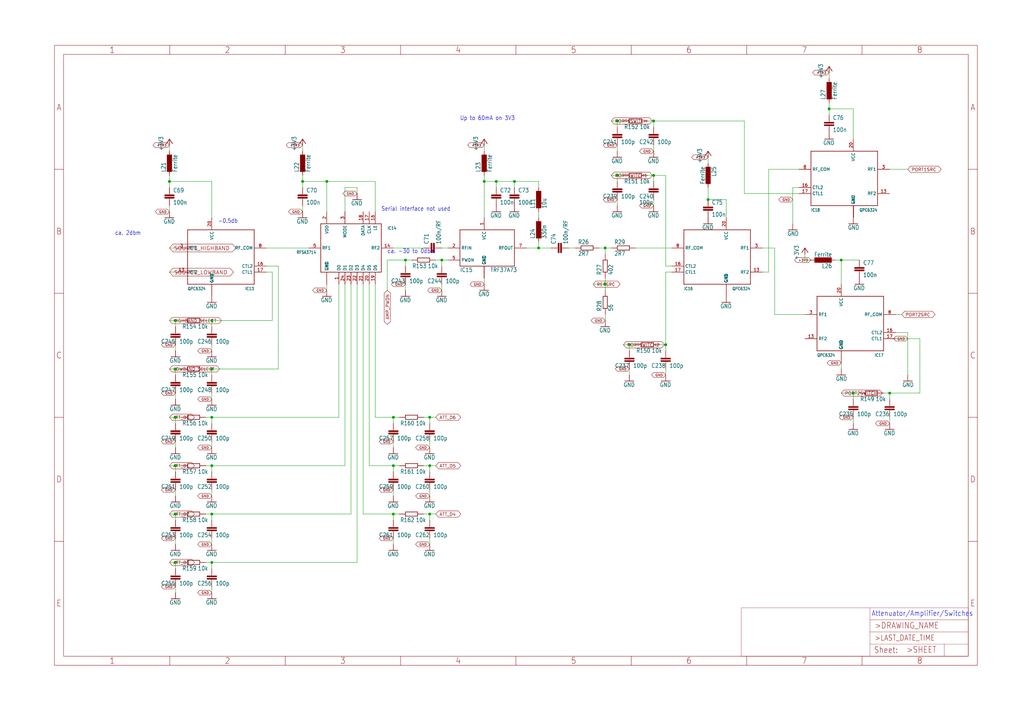
<source format=kicad_sch>
(kicad_sch (version 20210615) (generator eeschema)
  (paper "User" 429.793 300.279)
  (junction (at 71.12 76.2) (diameter 1.016))
  (junction (at 73.66 134.62) (diameter 1.016))
  (junction (at 73.66 154.94) (diameter 1.016))
  (junction (at 73.66 175.26) (diameter 1.016))
  (junction (at 73.66 195.58) (diameter 1.016))
  (junction (at 73.66 215.9) (diameter 1.016))
  (junction (at 73.66 236.22) (diameter 1.016))
  (junction (at 88.9 134.62) (diameter 1.016))
  (junction (at 88.9 154.94) (diameter 1.016))
  (junction (at 88.9 175.26) (diameter 1.016))
  (junction (at 88.9 195.58) (diameter 1.016))
  (junction (at 88.9 215.9) (diameter 1.016))
  (junction (at 88.9 236.22) (diameter 1.016))
  (junction (at 127 76.2) (diameter 1.016))
  (junction (at 137.16 76.2) (diameter 1.016))
  (junction (at 165.1 175.26) (diameter 1.016))
  (junction (at 165.1 195.58) (diameter 1.016))
  (junction (at 165.1 215.9) (diameter 1.016))
  (junction (at 170.18 109.22) (diameter 1.016))
  (junction (at 180.34 175.26) (diameter 1.016))
  (junction (at 180.34 195.58) (diameter 1.016))
  (junction (at 180.34 215.9) (diameter 1.016))
  (junction (at 185.42 109.22) (diameter 1.016))
  (junction (at 203.2 76.2) (diameter 1.016))
  (junction (at 208.28 76.2) (diameter 1.016))
  (junction (at 215.9 76.2) (diameter 1.016))
  (junction (at 226.06 104.14) (diameter 1.016))
  (junction (at 254 104.14) (diameter 1.016))
  (junction (at 254 119.38) (diameter 1.016))
  (junction (at 259.08 50.8) (diameter 1.016))
  (junction (at 259.08 73.66) (diameter 1.016))
  (junction (at 264.16 144.78) (diameter 1.016))
  (junction (at 274.32 50.8) (diameter 1.016))
  (junction (at 274.32 73.66) (diameter 1.016))
  (junction (at 279.4 144.78) (diameter 1.016))
  (junction (at 297.18 83.82) (diameter 1.016))
  (junction (at 347.98 45.72) (diameter 1.016))
  (junction (at 353.06 109.22) (diameter 1.016))
  (junction (at 358.14 165.1) (diameter 1.016))
  (junction (at 373.38 165.1) (diameter 1.016))
  (wire (pts (xy 71.12 60.96) (xy 71.12 63.5)))
  (wire (pts (xy 71.12 73.66) (xy 71.12 76.2)))
  (wire (pts (xy 71.12 76.2) (xy 71.12 78.74)))
  (wire (pts (xy 71.12 76.2) (xy 88.9 76.2)))
  (wire (pts (xy 71.12 88.9) (xy 71.12 86.36)))
  (wire (pts (xy 73.66 104.14) (xy 71.12 104.14)))
  (wire (pts (xy 73.66 114.3) (xy 71.12 114.3)))
  (wire (pts (xy 73.66 134.62) (xy 71.12 134.62)))
  (wire (pts (xy 73.66 134.62) (xy 76.2 134.62)))
  (wire (pts (xy 73.66 137.16) (xy 73.66 134.62)))
  (wire (pts (xy 73.66 144.78) (xy 73.66 147.32)))
  (wire (pts (xy 73.66 154.94) (xy 71.12 154.94)))
  (wire (pts (xy 73.66 154.94) (xy 76.2 154.94)))
  (wire (pts (xy 73.66 157.48) (xy 73.66 154.94)))
  (wire (pts (xy 73.66 165.1) (xy 73.66 167.64)))
  (wire (pts (xy 73.66 175.26) (xy 71.12 175.26)))
  (wire (pts (xy 73.66 175.26) (xy 76.2 175.26)))
  (wire (pts (xy 73.66 177.8) (xy 73.66 175.26)))
  (wire (pts (xy 73.66 185.42) (xy 73.66 187.96)))
  (wire (pts (xy 73.66 195.58) (xy 71.12 195.58)))
  (wire (pts (xy 73.66 195.58) (xy 76.2 195.58)))
  (wire (pts (xy 73.66 198.12) (xy 73.66 195.58)))
  (wire (pts (xy 73.66 205.74) (xy 73.66 208.28)))
  (wire (pts (xy 73.66 215.9) (xy 71.12 215.9)))
  (wire (pts (xy 73.66 215.9) (xy 76.2 215.9)))
  (wire (pts (xy 73.66 218.44) (xy 73.66 215.9)))
  (wire (pts (xy 73.66 226.06) (xy 73.66 228.6)))
  (wire (pts (xy 73.66 236.22) (xy 71.12 236.22)))
  (wire (pts (xy 73.66 236.22) (xy 76.2 236.22)))
  (wire (pts (xy 73.66 238.76) (xy 73.66 236.22)))
  (wire (pts (xy 73.66 246.38) (xy 73.66 248.92)))
  (wire (pts (xy 88.9 76.2) (xy 88.9 91.44)))
  (wire (pts (xy 88.9 134.62) (xy 86.36 134.62)))
  (wire (pts (xy 88.9 134.62) (xy 88.9 137.16)))
  (wire (pts (xy 88.9 147.32) (xy 88.9 144.78)))
  (wire (pts (xy 88.9 154.94) (xy 86.36 154.94)))
  (wire (pts (xy 88.9 154.94) (xy 88.9 157.48)))
  (wire (pts (xy 88.9 167.64) (xy 88.9 165.1)))
  (wire (pts (xy 88.9 175.26) (xy 86.36 175.26)))
  (wire (pts (xy 88.9 175.26) (xy 88.9 177.8)))
  (wire (pts (xy 88.9 187.96) (xy 88.9 185.42)))
  (wire (pts (xy 88.9 195.58) (xy 86.36 195.58)))
  (wire (pts (xy 88.9 195.58) (xy 88.9 198.12)))
  (wire (pts (xy 88.9 208.28) (xy 88.9 205.74)))
  (wire (pts (xy 88.9 215.9) (xy 86.36 215.9)))
  (wire (pts (xy 88.9 215.9) (xy 88.9 218.44)))
  (wire (pts (xy 88.9 228.6) (xy 88.9 226.06)))
  (wire (pts (xy 88.9 236.22) (xy 86.36 236.22)))
  (wire (pts (xy 88.9 236.22) (xy 88.9 238.76)))
  (wire (pts (xy 88.9 248.92) (xy 88.9 246.38)))
  (wire (pts (xy 111.76 111.76) (xy 116.84 111.76)))
  (wire (pts (xy 111.76 114.3) (xy 114.3 114.3)))
  (wire (pts (xy 114.3 114.3) (xy 114.3 134.62)))
  (wire (pts (xy 114.3 134.62) (xy 88.9 134.62)))
  (wire (pts (xy 116.84 104.14) (xy 111.76 104.14)))
  (wire (pts (xy 116.84 104.14) (xy 127 104.14)))
  (wire (pts (xy 116.84 111.76) (xy 116.84 147.32)))
  (wire (pts (xy 116.84 147.32) (xy 116.84 154.94)))
  (wire (pts (xy 116.84 154.94) (xy 88.9 154.94)))
  (wire (pts (xy 127 60.96) (xy 127 63.5)))
  (wire (pts (xy 127 73.66) (xy 127 76.2)))
  (wire (pts (xy 127 76.2) (xy 127 78.74)))
  (wire (pts (xy 127 76.2) (xy 137.16 76.2)))
  (wire (pts (xy 127 88.9) (xy 127 86.36)))
  (wire (pts (xy 127 104.14) (xy 129.54 104.14)))
  (wire (pts (xy 137.16 76.2) (xy 137.16 88.9)))
  (wire (pts (xy 137.16 76.2) (xy 157.48 76.2)))
  (wire (pts (xy 137.16 121.92) (xy 137.16 119.38)))
  (wire (pts (xy 142.24 119.38) (xy 142.24 175.26)))
  (wire (pts (xy 142.24 175.26) (xy 88.9 175.26)))
  (wire (pts (xy 144.78 78.74) (xy 144.78 88.9)))
  (wire (pts (xy 144.78 119.38) (xy 144.78 195.58)))
  (wire (pts (xy 144.78 195.58) (xy 88.9 195.58)))
  (wire (pts (xy 147.32 119.38) (xy 147.32 215.9)))
  (wire (pts (xy 147.32 215.9) (xy 88.9 215.9)))
  (wire (pts (xy 149.86 78.74) (xy 144.78 78.74)))
  (wire (pts (xy 149.86 81.28) (xy 149.86 78.74)))
  (wire (pts (xy 149.86 119.38) (xy 149.86 236.22)))
  (wire (pts (xy 149.86 236.22) (xy 88.9 236.22)))
  (wire (pts (xy 152.4 119.38) (xy 152.4 215.9)))
  (wire (pts (xy 152.4 215.9) (xy 165.1 215.9)))
  (wire (pts (xy 154.94 119.38) (xy 154.94 195.58)))
  (wire (pts (xy 154.94 195.58) (xy 165.1 195.58)))
  (wire (pts (xy 157.48 76.2) (xy 157.48 88.9)))
  (wire (pts (xy 157.48 119.38) (xy 157.48 175.26)))
  (wire (pts (xy 157.48 175.26) (xy 165.1 175.26)))
  (wire (pts (xy 162.56 109.22) (xy 162.56 121.92)))
  (wire (pts (xy 165.1 104.14) (xy 175.26 104.14)))
  (wire (pts (xy 165.1 175.26) (xy 167.64 175.26)))
  (wire (pts (xy 165.1 177.8) (xy 165.1 175.26)))
  (wire (pts (xy 165.1 185.42) (xy 165.1 187.96)))
  (wire (pts (xy 165.1 195.58) (xy 167.64 195.58)))
  (wire (pts (xy 165.1 198.12) (xy 165.1 195.58)))
  (wire (pts (xy 165.1 205.74) (xy 165.1 208.28)))
  (wire (pts (xy 165.1 215.9) (xy 167.64 215.9)))
  (wire (pts (xy 165.1 218.44) (xy 165.1 215.9)))
  (wire (pts (xy 165.1 226.06) (xy 165.1 228.6)))
  (wire (pts (xy 170.18 109.22) (xy 162.56 109.22)))
  (wire (pts (xy 170.18 109.22) (xy 172.72 109.22)))
  (wire (pts (xy 170.18 111.76) (xy 170.18 109.22)))
  (wire (pts (xy 170.18 119.38) (xy 170.18 121.92)))
  (wire (pts (xy 175.26 104.14) (xy 177.8 104.14)))
  (wire (pts (xy 180.34 175.26) (xy 177.8 175.26)))
  (wire (pts (xy 180.34 175.26) (xy 180.34 177.8)))
  (wire (pts (xy 180.34 187.96) (xy 180.34 185.42)))
  (wire (pts (xy 180.34 195.58) (xy 177.8 195.58)))
  (wire (pts (xy 180.34 195.58) (xy 180.34 198.12)))
  (wire (pts (xy 180.34 195.58) (xy 182.88 195.58)))
  (wire (pts (xy 180.34 208.28) (xy 180.34 205.74)))
  (wire (pts (xy 180.34 215.9) (xy 177.8 215.9)))
  (wire (pts (xy 180.34 215.9) (xy 180.34 218.44)))
  (wire (pts (xy 180.34 215.9) (xy 182.88 215.9)))
  (wire (pts (xy 180.34 228.6) (xy 180.34 226.06)))
  (wire (pts (xy 182.88 175.26) (xy 180.34 175.26)))
  (wire (pts (xy 185.42 104.14) (xy 187.96 104.14)))
  (wire (pts (xy 185.42 109.22) (xy 182.88 109.22)))
  (wire (pts (xy 185.42 109.22) (xy 185.42 111.76)))
  (wire (pts (xy 185.42 121.92) (xy 185.42 119.38)))
  (wire (pts (xy 187.96 109.22) (xy 185.42 109.22)))
  (wire (pts (xy 203.2 60.96) (xy 203.2 63.5)))
  (wire (pts (xy 203.2 76.2) (xy 203.2 73.66)))
  (wire (pts (xy 203.2 76.2) (xy 203.2 91.44)))
  (wire (pts (xy 203.2 119.38) (xy 203.2 116.84)))
  (wire (pts (xy 208.28 76.2) (xy 203.2 76.2)))
  (wire (pts (xy 208.28 78.74) (xy 208.28 76.2)))
  (wire (pts (xy 215.9 76.2) (xy 208.28 76.2)))
  (wire (pts (xy 215.9 78.74) (xy 215.9 76.2)))
  (wire (pts (xy 220.98 104.14) (xy 226.06 104.14)))
  (wire (pts (xy 226.06 76.2) (xy 215.9 76.2)))
  (wire (pts (xy 226.06 78.74) (xy 226.06 76.2)))
  (wire (pts (xy 226.06 91.44) (xy 226.06 88.9)))
  (wire (pts (xy 226.06 104.14) (xy 226.06 101.6)))
  (wire (pts (xy 231.14 104.14) (xy 226.06 104.14)))
  (wire (pts (xy 238.76 104.14) (xy 241.3 104.14)))
  (wire (pts (xy 251.46 104.14) (xy 254 104.14)))
  (wire (pts (xy 254 104.14) (xy 256.54 104.14)))
  (wire (pts (xy 254 106.68) (xy 254 104.14)))
  (wire (pts (xy 254 119.38) (xy 248.92 119.38)))
  (wire (pts (xy 254 119.38) (xy 254 116.84)))
  (wire (pts (xy 254 121.92) (xy 254 119.38)))
  (wire (pts (xy 254 134.62) (xy 254 132.08)))
  (wire (pts (xy 256.54 73.66) (xy 259.08 73.66)))
  (wire (pts (xy 259.08 50.8) (xy 256.54 50.8)))
  (wire (pts (xy 259.08 50.8) (xy 261.62 50.8)))
  (wire (pts (xy 259.08 53.34) (xy 259.08 50.8)))
  (wire (pts (xy 259.08 60.96) (xy 259.08 63.5)))
  (wire (pts (xy 259.08 73.66) (xy 261.62 73.66)))
  (wire (pts (xy 259.08 76.2) (xy 259.08 73.66)))
  (wire (pts (xy 259.08 83.82) (xy 259.08 86.36)))
  (wire (pts (xy 264.16 144.78) (xy 261.62 144.78)))
  (wire (pts (xy 264.16 144.78) (xy 266.7 144.78)))
  (wire (pts (xy 264.16 147.32) (xy 264.16 144.78)))
  (wire (pts (xy 264.16 154.94) (xy 264.16 157.48)))
  (wire (pts (xy 266.7 104.14) (xy 281.94 104.14)))
  (wire (pts (xy 274.32 50.8) (xy 271.78 50.8)))
  (wire (pts (xy 274.32 50.8) (xy 274.32 53.34)))
  (wire (pts (xy 274.32 63.5) (xy 274.32 60.96)))
  (wire (pts (xy 274.32 73.66) (xy 271.78 73.66)))
  (wire (pts (xy 274.32 73.66) (xy 274.32 76.2)))
  (wire (pts (xy 274.32 86.36) (xy 274.32 83.82)))
  (wire (pts (xy 279.4 73.66) (xy 274.32 73.66)))
  (wire (pts (xy 279.4 81.28) (xy 279.4 73.66)))
  (wire (pts (xy 279.4 111.76) (xy 279.4 81.28)))
  (wire (pts (xy 279.4 114.3) (xy 279.4 132.08)))
  (wire (pts (xy 279.4 132.08) (xy 279.4 142.24)))
  (wire (pts (xy 279.4 142.24) (xy 279.4 144.78)))
  (wire (pts (xy 279.4 144.78) (xy 276.86 144.78)))
  (wire (pts (xy 279.4 144.78) (xy 279.4 147.32)))
  (wire (pts (xy 279.4 157.48) (xy 279.4 154.94)))
  (wire (pts (xy 281.94 111.76) (xy 279.4 111.76)))
  (wire (pts (xy 281.94 114.3) (xy 279.4 114.3)))
  (wire (pts (xy 297.18 66.04) (xy 297.18 68.58)))
  (wire (pts (xy 297.18 78.74) (xy 297.18 83.82)))
  (wire (pts (xy 297.18 83.82) (xy 304.8 83.82)))
  (wire (pts (xy 304.8 83.82) (xy 304.8 88.9)))
  (wire (pts (xy 304.8 88.9) (xy 304.8 91.44)))
  (wire (pts (xy 312.42 50.8) (xy 274.32 50.8)))
  (wire (pts (xy 312.42 53.34) (xy 312.42 50.8)))
  (wire (pts (xy 312.42 81.28) (xy 312.42 53.34)))
  (wire (pts (xy 320.04 114.3) (xy 322.58 114.3)))
  (wire (pts (xy 322.58 71.12) (xy 335.28 71.12)))
  (wire (pts (xy 322.58 114.3) (xy 322.58 71.12)))
  (wire (pts (xy 325.12 104.14) (xy 320.04 104.14)))
  (wire (pts (xy 325.12 132.08) (xy 325.12 104.14)))
  (wire (pts (xy 325.12 132.08) (xy 337.82 132.08)))
  (wire (pts (xy 332.74 78.74) (xy 332.74 83.82)))
  (wire (pts (xy 332.74 83.82) (xy 332.74 93.98)))
  (wire (pts (xy 335.28 78.74) (xy 332.74 78.74)))
  (wire (pts (xy 335.28 81.28) (xy 312.42 81.28)))
  (wire (pts (xy 337.82 109.22) (xy 337.82 106.68)))
  (wire (pts (xy 340.36 109.22) (xy 337.82 109.22)))
  (wire (pts (xy 347.98 30.48) (xy 347.98 33.02)))
  (wire (pts (xy 347.98 45.72) (xy 347.98 43.18)))
  (wire (pts (xy 347.98 45.72) (xy 347.98 48.26)))
  (wire (pts (xy 347.98 45.72) (xy 358.14 45.72)))
  (wire (pts (xy 350.52 109.22) (xy 353.06 109.22)))
  (wire (pts (xy 353.06 109.22) (xy 360.68 109.22)))
  (wire (pts (xy 353.06 114.3) (xy 353.06 109.22)))
  (wire (pts (xy 353.06 119.38) (xy 353.06 114.3)))
  (wire (pts (xy 353.06 152.4) (xy 353.06 154.94)))
  (wire (pts (xy 353.06 165.1) (xy 358.14 165.1)))
  (wire (pts (xy 358.14 45.72) (xy 358.14 53.34)))
  (wire (pts (xy 358.14 58.42) (xy 358.14 53.34)))
  (wire (pts (xy 358.14 165.1) (xy 358.14 167.64)))
  (wire (pts (xy 358.14 175.26) (xy 358.14 177.8)))
  (wire (pts (xy 360.68 165.1) (xy 358.14 165.1)))
  (wire (pts (xy 370.84 165.1) (xy 373.38 165.1)))
  (wire (pts (xy 373.38 165.1) (xy 373.38 167.64)))
  (wire (pts (xy 373.38 165.1) (xy 386.08 165.1)))
  (wire (pts (xy 373.38 177.8) (xy 373.38 175.26)))
  (wire (pts (xy 375.92 139.7) (xy 381 139.7)))
  (wire (pts (xy 375.92 142.24) (xy 386.08 142.24)))
  (wire (pts (xy 378.46 132.08) (xy 375.92 132.08)))
  (wire (pts (xy 381 71.12) (xy 373.38 71.12)))
  (wire (pts (xy 381 139.7) (xy 381 142.24)))
  (wire (pts (xy 381 142.24) (xy 381 157.48)))
  (wire (pts (xy 386.08 142.24) (xy 386.08 144.78)))
  (wire (pts (xy 386.08 144.78) (xy 386.08 165.1)))
  (text "ca. 2dbm" (at 48.26 99.06 180) (effects (font (size 1.778 1.5113)) (justify left bottom)))
  (text "-0.5db" (at 91.44 93.98 180) (effects (font (size 1.778 1.5113)) (justify left bottom)))
  (text "Serial interface not used" (at 160.02 88.9 180) (effects (font (size 1.778 1.5113)) (justify left bottom)))
  (text "ca. -30 to 0dbm" (at 162.56 106.68 180) (effects (font (size 1.778 1.5113)) (justify left bottom)))
  (text "Up to 60mA on 3V3" (at 193.04 50.8 180) (effects (font (size 1.778 1.5113)) (justify left bottom)))
  (text "Attenuator/Amplifier/Switches" (at 365.76 259.08 180) (effects (font (size 2.1844 1.8567)) (justify left bottom)))
  (global_label "+3V3" (shape bidirectional) (at 71.12 60.96 180) (effects (font (size 1.016 1.016))) (property "Intersheet References" "${INTERSHEET_REFS}" (effects hide)))
  (global_label "GND" (shape bidirectional) (at 71.12 88.9 180) (effects (font (size 1.016 1.016))) (property "Intersheet References" "${INTERSHEET_REFS}" (effects hide)))
  (global_label "SOURCE_HIGHBAND" (shape bidirectional) (at 71.12 104.14 0) (effects (font (size 1.6383 1.6383))) (property "Intersheet References" "${INTERSHEET_REFS}" (effects hide)))
  (global_label "SOURCE_LOWBAND" (shape bidirectional) (at 71.12 114.3 0) (effects (font (size 1.6383 1.6383))) (property "Intersheet References" "${INTERSHEET_REFS}" (effects hide)))
  (global_label "HIGHBAND_SELECT" (shape bidirectional) (at 71.12 134.62 0) (effects (font (size 1.3335 1.3335))) (property "Intersheet References" "${INTERSHEET_REFS}" (effects hide)))
  (global_label "LOWBAND_SELECT" (shape bidirectional) (at 71.12 154.94 0) (effects (font (size 1.3335 1.3335))) (property "Intersheet References" "${INTERSHEET_REFS}" (effects hide)))
  (global_label "ATT_D0" (shape bidirectional) (at 71.12 175.26 0) (effects (font (size 1.3335 1.3335))) (property "Intersheet References" "${INTERSHEET_REFS}" (effects hide)))
  (global_label "ATT_D1" (shape bidirectional) (at 71.12 195.58 0) (effects (font (size 1.3335 1.3335))) (property "Intersheet References" "${INTERSHEET_REFS}" (effects hide)))
  (global_label "ATT_D2" (shape bidirectional) (at 71.12 215.9 0) (effects (font (size 1.3335 1.3335))) (property "Intersheet References" "${INTERSHEET_REFS}" (effects hide)))
  (global_label "ATT_D3" (shape bidirectional) (at 71.12 236.22 0) (effects (font (size 1.3335 1.3335))) (property "Intersheet References" "${INTERSHEET_REFS}" (effects hide)))
  (global_label "GND" (shape bidirectional) (at 73.66 144.78 180) (effects (font (size 1.016 1.016))) (property "Intersheet References" "${INTERSHEET_REFS}" (effects hide)))
  (global_label "GND" (shape bidirectional) (at 73.66 165.1 180) (effects (font (size 1.016 1.016))) (property "Intersheet References" "${INTERSHEET_REFS}" (effects hide)))
  (global_label "GND" (shape bidirectional) (at 73.66 185.42 180) (effects (font (size 1.016 1.016))) (property "Intersheet References" "${INTERSHEET_REFS}" (effects hide)))
  (global_label "GND" (shape bidirectional) (at 73.66 205.74 180) (effects (font (size 1.016 1.016))) (property "Intersheet References" "${INTERSHEET_REFS}" (effects hide)))
  (global_label "GND" (shape bidirectional) (at 73.66 226.06 180) (effects (font (size 1.016 1.016))) (property "Intersheet References" "${INTERSHEET_REFS}" (effects hide)))
  (global_label "GND" (shape bidirectional) (at 73.66 246.38 180) (effects (font (size 1.016 1.016))) (property "Intersheet References" "${INTERSHEET_REFS}" (effects hide)))
  (global_label "GND" (shape bidirectional) (at 88.9 147.32 180) (effects (font (size 1.016 1.016))) (property "Intersheet References" "${INTERSHEET_REFS}" (effects hide)))
  (global_label "GND" (shape bidirectional) (at 88.9 167.64 180) (effects (font (size 1.016 1.016))) (property "Intersheet References" "${INTERSHEET_REFS}" (effects hide)))
  (global_label "GND" (shape bidirectional) (at 88.9 187.96 180) (effects (font (size 1.016 1.016))) (property "Intersheet References" "${INTERSHEET_REFS}" (effects hide)))
  (global_label "GND" (shape bidirectional) (at 88.9 208.28 180) (effects (font (size 1.016 1.016))) (property "Intersheet References" "${INTERSHEET_REFS}" (effects hide)))
  (global_label "GND" (shape bidirectional) (at 88.9 228.6 180) (effects (font (size 1.016 1.016))) (property "Intersheet References" "${INTERSHEET_REFS}" (effects hide)))
  (global_label "GND" (shape bidirectional) (at 88.9 248.92 180) (effects (font (size 1.016 1.016))) (property "Intersheet References" "${INTERSHEET_REFS}" (effects hide)))
  (global_label "+3V3" (shape bidirectional) (at 127 60.96 180) (effects (font (size 1.016 1.016))) (property "Intersheet References" "${INTERSHEET_REFS}" (effects hide)))
  (global_label "GND" (shape bidirectional) (at 127 88.9 180) (effects (font (size 1.016 1.016))) (property "Intersheet References" "${INTERSHEET_REFS}" (effects hide)))
  (global_label "GND" (shape bidirectional) (at 137.16 121.92 180) (effects (font (size 1.016 1.016))) (property "Intersheet References" "${INTERSHEET_REFS}" (effects hide)))
  (global_label "GND" (shape bidirectional) (at 149.86 81.28 180) (effects (font (size 1.016 1.016))) (property "Intersheet References" "${INTERSHEET_REFS}" (effects hide)))
  (global_label "AMP_PWDN" (shape bidirectional) (at 162.56 121.92 270) (effects (font (size 1.3335 1.3335))) (property "Intersheet References" "${INTERSHEET_REFS}" (effects hide)))
  (global_label "GND" (shape bidirectional) (at 165.1 185.42 180) (effects (font (size 1.016 1.016))) (property "Intersheet References" "${INTERSHEET_REFS}" (effects hide)))
  (global_label "GND" (shape bidirectional) (at 165.1 205.74 180) (effects (font (size 1.016 1.016))) (property "Intersheet References" "${INTERSHEET_REFS}" (effects hide)))
  (global_label "GND" (shape bidirectional) (at 165.1 226.06 180) (effects (font (size 1.016 1.016))) (property "Intersheet References" "${INTERSHEET_REFS}" (effects hide)))
  (global_label "GND" (shape bidirectional) (at 170.18 119.38 180) (effects (font (size 1.016 1.016))) (property "Intersheet References" "${INTERSHEET_REFS}" (effects hide)))
  (global_label "GND" (shape bidirectional) (at 180.34 187.96 180) (effects (font (size 1.016 1.016))) (property "Intersheet References" "${INTERSHEET_REFS}" (effects hide)))
  (global_label "GND" (shape bidirectional) (at 180.34 208.28 180) (effects (font (size 1.016 1.016))) (property "Intersheet References" "${INTERSHEET_REFS}" (effects hide)))
  (global_label "GND" (shape bidirectional) (at 180.34 228.6 180) (effects (font (size 1.016 1.016))) (property "Intersheet References" "${INTERSHEET_REFS}" (effects hide)))
  (global_label "ATT_D6" (shape bidirectional) (at 182.88 175.26 0) (effects (font (size 1.3335 1.3335))) (property "Intersheet References" "${INTERSHEET_REFS}" (effects hide)))
  (global_label "ATT_D5" (shape bidirectional) (at 182.88 195.58 0) (effects (font (size 1.3335 1.3335))) (property "Intersheet References" "${INTERSHEET_REFS}" (effects hide)))
  (global_label "ATT_D4" (shape bidirectional) (at 182.88 215.9 0) (effects (font (size 1.3335 1.3335))) (property "Intersheet References" "${INTERSHEET_REFS}" (effects hide)))
  (global_label "GND" (shape bidirectional) (at 185.42 121.92 180) (effects (font (size 1.016 1.016))) (property "Intersheet References" "${INTERSHEET_REFS}" (effects hide)))
  (global_label "+3V3" (shape bidirectional) (at 203.2 60.96 180) (effects (font (size 1.016 1.016))) (property "Intersheet References" "${INTERSHEET_REFS}" (effects hide)))
  (global_label "GND" (shape bidirectional) (at 203.2 119.38 180) (effects (font (size 1.016 1.016))) (property "Intersheet References" "${INTERSHEET_REFS}" (effects hide)))
  (global_label "REFSRC" (shape bidirectional) (at 248.92 119.38 0) (effects (font (size 1.3335 1.3335))) (property "Intersheet References" "${INTERSHEET_REFS}" (effects hide)))
  (global_label "GND" (shape bidirectional) (at 254 134.62 180) (effects (font (size 1.016 1.016))) (property "Intersheet References" "${INTERSHEET_REFS}" (effects hide)))
  (global_label "PORT1SWITCH" (shape bidirectional) (at 256.54 50.8 0) (effects (font (size 1.3335 1.3335))) (property "Intersheet References" "${INTERSHEET_REFS}" (effects hide)))
  (global_label "PORTSWITCH1" (shape bidirectional) (at 256.54 73.66 0) (effects (font (size 1.3335 1.3335))) (property "Intersheet References" "${INTERSHEET_REFS}" (effects hide)))
  (global_label "GND" (shape bidirectional) (at 259.08 60.96 180) (effects (font (size 1.016 1.016))) (property "Intersheet References" "${INTERSHEET_REFS}" (effects hide)))
  (global_label "GND" (shape bidirectional) (at 259.08 83.82 180) (effects (font (size 1.016 1.016))) (property "Intersheet References" "${INTERSHEET_REFS}" (effects hide)))
  (global_label "PORTSWITCH2" (shape bidirectional) (at 261.62 144.78 0) (effects (font (size 1.3335 1.3335))) (property "Intersheet References" "${INTERSHEET_REFS}" (effects hide)))
  (global_label "GND" (shape bidirectional) (at 264.16 154.94 180) (effects (font (size 1.016 1.016))) (property "Intersheet References" "${INTERSHEET_REFS}" (effects hide)))
  (global_label "GND" (shape bidirectional) (at 274.32 63.5 180) (effects (font (size 1.016 1.016))) (property "Intersheet References" "${INTERSHEET_REFS}" (effects hide)))
  (global_label "GND" (shape bidirectional) (at 274.32 86.36 180) (effects (font (size 1.016 1.016))) (property "Intersheet References" "${INTERSHEET_REFS}" (effects hide)))
  (global_label "GND" (shape bidirectional) (at 279.4 157.48 180) (effects (font (size 1.016 1.016))) (property "Intersheet References" "${INTERSHEET_REFS}" (effects hide)))
  (global_label "+3V3" (shape bidirectional) (at 297.18 66.04 180) (effects (font (size 1.016 1.016))) (property "Intersheet References" "${INTERSHEET_REFS}" (effects hide)))
  (global_label "GND" (shape bidirectional) (at 332.74 83.82 180) (effects (font (size 1.016 1.016))) (property "Intersheet References" "${INTERSHEET_REFS}" (effects hide)))
  (global_label "+3V3" (shape bidirectional) (at 340.36 109.22 180) (effects (font (size 1.016 1.016))) (property "Intersheet References" "${INTERSHEET_REFS}" (effects hide)))
  (global_label "+3V3" (shape bidirectional) (at 347.98 30.48 180) (effects (font (size 1.016 1.016))) (property "Intersheet References" "${INTERSHEET_REFS}" (effects hide)))
  (global_label "GND" (shape bidirectional) (at 353.06 152.4 180) (effects (font (size 1.016 1.016))) (property "Intersheet References" "${INTERSHEET_REFS}" (effects hide)))
  (global_label "PORT2SWITCH" (shape bidirectional) (at 353.06 165.1 0) (effects (font (size 1.3335 1.3335))) (property "Intersheet References" "${INTERSHEET_REFS}" (effects hide)))
  (global_label "GND" (shape bidirectional) (at 358.14 175.26 180) (effects (font (size 1.016 1.016))) (property "Intersheet References" "${INTERSHEET_REFS}" (effects hide)))
  (global_label "GND" (shape bidirectional) (at 373.38 177.8 180) (effects (font (size 1.016 1.016))) (property "Intersheet References" "${INTERSHEET_REFS}" (effects hide)))
  (global_label "PORT2SRC" (shape bidirectional) (at 378.46 132.08 0) (effects (font (size 1.3335 1.3335))) (property "Intersheet References" "${INTERSHEET_REFS}" (effects hide)))
  (global_label "PORT1SRC" (shape bidirectional) (at 381 71.12 0) (effects (font (size 1.3335 1.3335))) (property "Intersheet References" "${INTERSHEET_REFS}" (effects hide)))
  (global_label "GND" (shape bidirectional) (at 381 142.24 180) (effects (font (size 1.016 1.016))) (property "Intersheet References" "${INTERSHEET_REFS}" (effects hide)))
  (symbol (lib_id "VNA-eagle-import:+3V3") (at 71.12 58.42 0)
    (property "Reference" "#+3V35" (effects hide))
    (property "Value" "+3V3" (at 68.58 63.5 90) (effects (font (size 1.778 1.5113)) (justify left bottom)))
  )
  (symbol (lib_id "VNA-eagle-import:+3V3") (at 127 58.42 0)
    (property "Reference" "#+3V36" (effects hide))
    (property "Value" "+3V3" (at 124.46 63.5 90) (effects (font (size 1.778 1.5113)) (justify left bottom)))
  )
  (symbol (lib_id "VNA-eagle-import:+3V3") (at 203.2 58.42 0)
    (property "Reference" "#+3V37" (effects hide))
    (property "Value" "+3V3" (at 200.66 63.5 90) (effects (font (size 1.778 1.5113)) (justify left bottom)))
  )
  (symbol (lib_id "VNA-eagle-import:+3V3") (at 297.18 63.5 0)
    (property "Reference" "#+3V38" (effects hide))
    (property "Value" "+3V3" (at 294.64 68.58 90) (effects (font (size 1.778 1.5113)) (justify left bottom)))
  )
  (symbol (lib_id "VNA-eagle-import:+3V3") (at 337.82 104.14 0)
    (property "Reference" "#+3V39" (effects hide))
    (property "Value" "+3V3" (at 335.28 109.22 90) (effects (font (size 1.778 1.5113)) (justify left bottom)))
  )
  (symbol (lib_id "VNA-eagle-import:+3V3") (at 347.98 27.94 0)
    (property "Reference" "#+3V310" (effects hide))
    (property "Value" "+3V3" (at 345.44 33.02 90) (effects (font (size 1.778 1.5113)) (justify left bottom)))
  )
  (symbol (lib_id "VNA-eagle-import:GND") (at 71.12 91.44 0)
    (property "Reference" "#GND95" (effects hide))
    (property "Value" "GND" (at 68.58 93.98 0) (effects (font (size 1.778 1.5113)) (justify left bottom)))
  )
  (symbol (lib_id "VNA-eagle-import:GND") (at 73.66 149.86 0)
    (property "Reference" "#GND284" (effects hide))
    (property "Value" "GND" (at 71.12 152.4 0) (effects (font (size 1.778 1.5113)) (justify left bottom)))
  )
  (symbol (lib_id "VNA-eagle-import:GND") (at 73.66 170.18 0)
    (property "Reference" "#GND286" (effects hide))
    (property "Value" "GND" (at 71.12 172.72 0) (effects (font (size 1.778 1.5113)) (justify left bottom)))
  )
  (symbol (lib_id "VNA-eagle-import:GND") (at 73.66 190.5 0)
    (property "Reference" "#GND288" (effects hide))
    (property "Value" "GND" (at 71.12 193.04 0) (effects (font (size 1.778 1.5113)) (justify left bottom)))
  )
  (symbol (lib_id "VNA-eagle-import:GND") (at 73.66 210.82 0)
    (property "Reference" "#GND290" (effects hide))
    (property "Value" "GND" (at 71.12 213.36 0) (effects (font (size 1.778 1.5113)) (justify left bottom)))
  )
  (symbol (lib_id "VNA-eagle-import:GND") (at 73.66 231.14 0)
    (property "Reference" "#GND292" (effects hide))
    (property "Value" "GND" (at 71.12 233.68 0) (effects (font (size 1.778 1.5113)) (justify left bottom)))
  )
  (symbol (lib_id "VNA-eagle-import:GND") (at 73.66 251.46 0)
    (property "Reference" "#GND294" (effects hide))
    (property "Value" "GND" (at 71.12 254 0) (effects (font (size 1.778 1.5113)) (justify left bottom)))
  )
  (symbol (lib_id "VNA-eagle-import:GND") (at 88.9 127 0)
    (property "Reference" "#GND96" (effects hide))
    (property "Value" "GND" (at 86.36 129.54 0) (effects (font (size 1.778 1.5113)) (justify left bottom)))
  )
  (symbol (lib_id "VNA-eagle-import:GND") (at 88.9 149.86 0)
    (property "Reference" "#GND285" (effects hide))
    (property "Value" "GND" (at 86.36 152.4 0) (effects (font (size 1.778 1.5113)) (justify left bottom)))
  )
  (symbol (lib_id "VNA-eagle-import:GND") (at 88.9 170.18 0)
    (property "Reference" "#GND287" (effects hide))
    (property "Value" "GND" (at 86.36 172.72 0) (effects (font (size 1.778 1.5113)) (justify left bottom)))
  )
  (symbol (lib_id "VNA-eagle-import:GND") (at 88.9 190.5 0)
    (property "Reference" "#GND289" (effects hide))
    (property "Value" "GND" (at 86.36 193.04 0) (effects (font (size 1.778 1.5113)) (justify left bottom)))
  )
  (symbol (lib_id "VNA-eagle-import:GND") (at 88.9 210.82 0)
    (property "Reference" "#GND291" (effects hide))
    (property "Value" "GND" (at 86.36 213.36 0) (effects (font (size 1.778 1.5113)) (justify left bottom)))
  )
  (symbol (lib_id "VNA-eagle-import:GND") (at 88.9 231.14 0)
    (property "Reference" "#GND293" (effects hide))
    (property "Value" "GND" (at 86.36 233.68 0) (effects (font (size 1.778 1.5113)) (justify left bottom)))
  )
  (symbol (lib_id "VNA-eagle-import:GND") (at 88.9 251.46 0)
    (property "Reference" "#GND295" (effects hide))
    (property "Value" "GND" (at 86.36 254 0) (effects (font (size 1.778 1.5113)) (justify left bottom)))
  )
  (symbol (lib_id "VNA-eagle-import:GND") (at 127 91.44 0)
    (property "Reference" "#GND97" (effects hide))
    (property "Value" "GND" (at 124.46 93.98 0) (effects (font (size 1.778 1.5113)) (justify left bottom)))
  )
  (symbol (lib_id "VNA-eagle-import:GND") (at 137.16 124.46 0)
    (property "Reference" "#GND98" (effects hide))
    (property "Value" "GND" (at 134.62 127 0) (effects (font (size 1.778 1.5113)) (justify left bottom)))
  )
  (symbol (lib_id "VNA-eagle-import:GND") (at 149.86 83.82 0)
    (property "Reference" "#GND99" (effects hide))
    (property "Value" "GND" (at 147.32 86.36 0) (effects (font (size 1.778 1.5113)) (justify left bottom)))
  )
  (symbol (lib_id "VNA-eagle-import:GND") (at 165.1 190.5 0)
    (property "Reference" "#GND296" (effects hide))
    (property "Value" "GND" (at 162.56 193.04 0) (effects (font (size 1.778 1.5113)) (justify left bottom)))
  )
  (symbol (lib_id "VNA-eagle-import:GND") (at 165.1 210.82 0)
    (property "Reference" "#GND298" (effects hide))
    (property "Value" "GND" (at 162.56 213.36 0) (effects (font (size 1.778 1.5113)) (justify left bottom)))
  )
  (symbol (lib_id "VNA-eagle-import:GND") (at 165.1 231.14 0)
    (property "Reference" "#GND300" (effects hide))
    (property "Value" "GND" (at 162.56 233.68 0) (effects (font (size 1.778 1.5113)) (justify left bottom)))
  )
  (symbol (lib_id "VNA-eagle-import:GND") (at 170.18 124.46 0)
    (property "Reference" "#GND282" (effects hide))
    (property "Value" "GND" (at 167.64 127 0) (effects (font (size 1.778 1.5113)) (justify left bottom)))
  )
  (symbol (lib_id "VNA-eagle-import:GND") (at 180.34 190.5 0)
    (property "Reference" "#GND297" (effects hide))
    (property "Value" "GND" (at 177.8 193.04 0) (effects (font (size 1.778 1.5113)) (justify left bottom)))
  )
  (symbol (lib_id "VNA-eagle-import:GND") (at 180.34 210.82 0)
    (property "Reference" "#GND299" (effects hide))
    (property "Value" "GND" (at 177.8 213.36 0) (effects (font (size 1.778 1.5113)) (justify left bottom)))
  )
  (symbol (lib_id "VNA-eagle-import:GND") (at 180.34 231.14 0)
    (property "Reference" "#GND301" (effects hide))
    (property "Value" "GND" (at 177.8 233.68 0) (effects (font (size 1.778 1.5113)) (justify left bottom)))
  )
  (symbol (lib_id "VNA-eagle-import:GND") (at 185.42 124.46 0)
    (property "Reference" "#GND283" (effects hide))
    (property "Value" "GND" (at 182.88 127 0) (effects (font (size 1.778 1.5113)) (justify left bottom)))
  )
  (symbol (lib_id "VNA-eagle-import:GND") (at 203.2 121.92 0)
    (property "Reference" "#GND100" (effects hide))
    (property "Value" "GND" (at 200.66 124.46 0) (effects (font (size 1.778 1.5113)) (justify left bottom)))
  )
  (symbol (lib_id "VNA-eagle-import:GND") (at 208.28 88.9 0)
    (property "Reference" "#GND101" (effects hide))
    (property "Value" "GND" (at 205.74 91.44 0) (effects (font (size 1.778 1.5113)) (justify left bottom)))
  )
  (symbol (lib_id "VNA-eagle-import:GND") (at 215.9 88.9 0)
    (property "Reference" "#GND102" (effects hide))
    (property "Value" "GND" (at 213.36 91.44 0) (effects (font (size 1.778 1.5113)) (justify left bottom)))
  )
  (symbol (lib_id "VNA-eagle-import:GND") (at 254 137.16 0)
    (property "Reference" "#GND103" (effects hide))
    (property "Value" "GND" (at 251.46 139.7 0) (effects (font (size 1.778 1.5113)) (justify left bottom)))
  )
  (symbol (lib_id "VNA-eagle-import:GND") (at 259.08 66.04 0)
    (property "Reference" "#GND280" (effects hide))
    (property "Value" "GND" (at 256.54 68.58 0) (effects (font (size 1.778 1.5113)) (justify left bottom)))
  )
  (symbol (lib_id "VNA-eagle-import:GND") (at 259.08 88.9 0)
    (property "Reference" "#GND278" (effects hide))
    (property "Value" "GND" (at 256.54 91.44 0) (effects (font (size 1.778 1.5113)) (justify left bottom)))
  )
  (symbol (lib_id "VNA-eagle-import:GND") (at 264.16 160.02 0)
    (property "Reference" "#GND276" (effects hide))
    (property "Value" "GND" (at 261.62 162.56 0) (effects (font (size 1.778 1.5113)) (justify left bottom)))
  )
  (symbol (lib_id "VNA-eagle-import:GND") (at 274.32 66.04 0)
    (property "Reference" "#GND281" (effects hide))
    (property "Value" "GND" (at 271.78 68.58 0) (effects (font (size 1.778 1.5113)) (justify left bottom)))
  )
  (symbol (lib_id "VNA-eagle-import:GND") (at 274.32 88.9 0)
    (property "Reference" "#GND279" (effects hide))
    (property "Value" "GND" (at 271.78 91.44 0) (effects (font (size 1.778 1.5113)) (justify left bottom)))
  )
  (symbol (lib_id "VNA-eagle-import:GND") (at 279.4 160.02 0)
    (property "Reference" "#GND277" (effects hide))
    (property "Value" "GND" (at 276.86 162.56 0) (effects (font (size 1.778 1.5113)) (justify left bottom)))
  )
  (symbol (lib_id "VNA-eagle-import:GND") (at 297.18 93.98 0)
    (property "Reference" "#GND104" (effects hide))
    (property "Value" "GND" (at 294.64 96.52 0) (effects (font (size 1.778 1.5113)) (justify left bottom)))
  )
  (symbol (lib_id "VNA-eagle-import:GND") (at 304.8 127 0)
    (property "Reference" "#GND105" (effects hide))
    (property "Value" "GND" (at 302.26 129.54 0) (effects (font (size 1.778 1.5113)) (justify left bottom)))
  )
  (symbol (lib_id "VNA-eagle-import:GND") (at 332.74 96.52 0) (mirror y)
    (property "Reference" "#GND106" (effects hide))
    (property "Value" "GND" (at 335.28 99.06 0) (effects (font (size 1.778 1.5113)) (justify left bottom)))
  )
  (symbol (lib_id "VNA-eagle-import:GND") (at 347.98 58.42 0)
    (property "Reference" "#GND107" (effects hide))
    (property "Value" "GND" (at 345.44 60.96 0) (effects (font (size 1.778 1.5113)) (justify left bottom)))
  )
  (symbol (lib_id "VNA-eagle-import:GND") (at 353.06 157.48 0) (mirror y)
    (property "Reference" "#GND108" (effects hide))
    (property "Value" "GND" (at 355.6 160.02 0) (effects (font (size 1.778 1.5113)) (justify left bottom)))
  )
  (symbol (lib_id "VNA-eagle-import:GND") (at 358.14 93.98 0) (mirror y)
    (property "Reference" "#GND109" (effects hide))
    (property "Value" "GND" (at 360.68 96.52 0) (effects (font (size 1.778 1.5113)) (justify left bottom)))
  )
  (symbol (lib_id "VNA-eagle-import:GND") (at 358.14 180.34 0)
    (property "Reference" "#GND274" (effects hide))
    (property "Value" "GND" (at 355.6 182.88 0) (effects (font (size 1.778 1.5113)) (justify left bottom)))
  )
  (symbol (lib_id "VNA-eagle-import:GND") (at 360.68 119.38 0)
    (property "Reference" "#GND110" (effects hide))
    (property "Value" "GND" (at 358.14 121.92 0) (effects (font (size 1.778 1.5113)) (justify left bottom)))
  )
  (symbol (lib_id "VNA-eagle-import:GND") (at 373.38 180.34 0)
    (property "Reference" "#GND275" (effects hide))
    (property "Value" "GND" (at 370.84 182.88 0) (effects (font (size 1.778 1.5113)) (justify left bottom)))
  )
  (symbol (lib_id "VNA-eagle-import:GND") (at 381 160.02 0) (mirror y)
    (property "Reference" "#GND111" (effects hide))
    (property "Value" "GND" (at 383.54 162.56 0) (effects (font (size 1.778 1.5113)) (justify left bottom)))
  )
  (symbol (lib_id "VNA-eagle-import:FERRITE") (at 71.12 68.58 0)
    (property "Reference" "L21" (at 69.6214 72.39 90) (effects (font (size 1.778 1.5113)) (justify left bottom)))
    (property "Value" "Ferrite" (at 74.422 72.39 90) (effects (font (size 1.778 1.5113)) (justify left bottom)))
    (property "Footprint" "R0402" (effects hide))
  )
  (symbol (lib_id "VNA-eagle-import:R-EU_R0402") (at 81.28 134.62 180)
    (property "Reference" "R154" (at 82.55 136.1186 0) (effects (font (size 1.778 1.5113)) (justify left bottom)))
    (property "Value" "10k" (at 87.376 136.144 0) (effects (font (size 1.778 1.5113)) (justify left bottom)))
    (property "Footprint" "R0402" (effects hide))
  )
  (symbol (lib_id "VNA-eagle-import:R-EU_R0402") (at 81.28 154.94 180)
    (property "Reference" "R155" (at 82.55 156.4386 0) (effects (font (size 1.778 1.5113)) (justify left bottom)))
    (property "Value" "10k" (at 87.376 156.464 0) (effects (font (size 1.778 1.5113)) (justify left bottom)))
    (property "Footprint" "R0402" (effects hide))
  )
  (symbol (lib_id "VNA-eagle-import:R-EU_R0402") (at 81.28 175.26 180)
    (property "Reference" "R156" (at 82.55 176.7586 0) (effects (font (size 1.778 1.5113)) (justify left bottom)))
    (property "Value" "10k" (at 87.376 176.784 0) (effects (font (size 1.778 1.5113)) (justify left bottom)))
    (property "Footprint" "R0402" (effects hide))
  )
  (symbol (lib_id "VNA-eagle-import:R-EU_R0402") (at 81.28 195.58 180)
    (property "Reference" "R157" (at 82.55 197.0786 0) (effects (font (size 1.778 1.5113)) (justify left bottom)))
    (property "Value" "10k" (at 87.376 197.104 0) (effects (font (size 1.778 1.5113)) (justify left bottom)))
    (property "Footprint" "R0402" (effects hide))
  )
  (symbol (lib_id "VNA-eagle-import:R-EU_R0402") (at 81.28 215.9 180)
    (property "Reference" "R158" (at 82.55 217.3986 0) (effects (font (size 1.778 1.5113)) (justify left bottom)))
    (property "Value" "10k" (at 87.376 217.424 0) (effects (font (size 1.778 1.5113)) (justify left bottom)))
    (property "Footprint" "R0402" (effects hide))
  )
  (symbol (lib_id "VNA-eagle-import:R-EU_R0402") (at 81.28 236.22 180)
    (property "Reference" "R159" (at 82.55 237.7186 0) (effects (font (size 1.778 1.5113)) (justify left bottom)))
    (property "Value" "10k" (at 87.376 237.744 0) (effects (font (size 1.778 1.5113)) (justify left bottom)))
    (property "Footprint" "R0402" (effects hide))
  )
  (symbol (lib_id "VNA-eagle-import:FERRITE") (at 127 68.58 0)
    (property "Reference" "L22" (at 125.5014 72.39 90) (effects (font (size 1.778 1.5113)) (justify left bottom)))
    (property "Value" "Ferrite" (at 130.302 72.39 90) (effects (font (size 1.778 1.5113)) (justify left bottom)))
    (property "Footprint" "R0402" (effects hide))
  )
  (symbol (lib_id "VNA-eagle-import:R-EU_R0402") (at 172.72 175.26 180)
    (property "Reference" "R160" (at 173.99 176.7586 0) (effects (font (size 1.778 1.5113)) (justify left bottom)))
    (property "Value" "10k" (at 178.816 176.784 0) (effects (font (size 1.778 1.5113)) (justify left bottom)))
    (property "Footprint" "R0402" (effects hide))
  )
  (symbol (lib_id "VNA-eagle-import:R-EU_R0402") (at 172.72 195.58 180)
    (property "Reference" "R161" (at 173.99 197.0786 0) (effects (font (size 1.778 1.5113)) (justify left bottom)))
    (property "Value" "10k" (at 178.816 197.104 0) (effects (font (size 1.778 1.5113)) (justify left bottom)))
    (property "Footprint" "R0402" (effects hide))
  )
  (symbol (lib_id "VNA-eagle-import:R-EU_R0402") (at 172.72 215.9 180)
    (property "Reference" "R162" (at 173.99 217.3986 0) (effects (font (size 1.778 1.5113)) (justify left bottom)))
    (property "Value" "10k" (at 178.816 217.424 0) (effects (font (size 1.778 1.5113)) (justify left bottom)))
    (property "Footprint" "R0402" (effects hide))
  )
  (symbol (lib_id "VNA-eagle-import:R-EU_R0402") (at 177.8 109.22 180)
    (property "Reference" "R153" (at 179.07 110.7186 0) (effects (font (size 1.778 1.5113)) (justify left bottom)))
    (property "Value" "10k" (at 183.896 110.744 0) (effects (font (size 1.778 1.5113)) (justify left bottom)))
    (property "Footprint" "R0402" (effects hide))
  )
  (symbol (lib_id "VNA-eagle-import:FERRITE") (at 203.2 68.58 0)
    (property "Reference" "L23" (at 201.7014 72.39 90) (effects (font (size 1.778 1.5113)) (justify left bottom)))
    (property "Value" "Ferrite" (at 206.502 72.39 90) (effects (font (size 1.778 1.5113)) (justify left bottom)))
    (property "Footprint" "R0402" (effects hide))
  )
  (symbol (lib_id "VNA-eagle-import:INDUCTOR") (at 226.06 83.82 0)
    (property "Reference" "L11" (at 224.5614 87.63 90) (effects (font (size 1.778 1.5113)) (justify left bottom)))
    (property "Value" "10u" (at 229.362 87.63 90) (effects (font (size 1.778 1.5113)) (justify left bottom)))
    (property "Footprint" "INDC2012X100N" (effects hide))
  )
  (symbol (lib_id "VNA-eagle-import:INDUCTOR0402") (at 226.06 96.52 0)
    (property "Reference" "L24" (at 224.5614 100.33 90) (effects (font (size 1.778 1.5113)) (justify left bottom)))
    (property "Value" "330n" (at 229.362 100.33 90) (effects (font (size 1.778 1.5113)) (justify left bottom)))
    (property "Footprint" "L0402" (effects hide))
  )
  (symbol (lib_id "VNA-eagle-import:R-EU_R0402") (at 246.38 104.14 0)
    (property "Reference" "R26" (at 242.57 102.6414 0) (effects (font (size 1.778 1.5113)) (justify left bottom)))
    (property "Value" "2R7" (at 242.57 107.442 0) (effects (font (size 1.778 1.5113)) (justify left bottom)))
    (property "Footprint" "R0402" (effects hide))
  )
  (symbol (lib_id "VNA-eagle-import:R-EU_R0402") (at 254 111.76 90)
    (property "Reference" "R27" (at 252.5014 115.57 0) (effects (font (size 1.778 1.5113)) (justify left bottom)))
    (property "Value" "402" (at 257.302 115.57 0) (effects (font (size 1.778 1.5113)) (justify left bottom)))
    (property "Footprint" "R0402" (effects hide))
  )
  (symbol (lib_id "VNA-eagle-import:R-EU_R0402") (at 254 127 90)
    (property "Reference" "R28" (at 252.5014 130.81 0) (effects (font (size 1.778 1.5113)) (justify left bottom)))
    (property "Value" "56" (at 257.302 130.81 0) (effects (font (size 1.778 1.5113)) (justify left bottom)))
    (property "Footprint" "R0402" (effects hide))
  )
  (symbol (lib_id "VNA-eagle-import:R-EU_R0402") (at 261.62 104.14 0)
    (property "Reference" "R29" (at 257.81 102.6414 0) (effects (font (size 1.778 1.5113)) (justify left bottom)))
    (property "Value" "2R7" (at 257.81 107.442 0) (effects (font (size 1.778 1.5113)) (justify left bottom)))
    (property "Footprint" "R0402" (effects hide))
  )
  (symbol (lib_id "VNA-eagle-import:R-EU_R0402") (at 266.7 50.8 180)
    (property "Reference" "R152" (at 267.97 52.2986 0) (effects (font (size 1.778 1.5113)) (justify left bottom)))
    (property "Value" "10k" (at 272.796 52.324 0) (effects (font (size 1.778 1.5113)) (justify left bottom)))
    (property "Footprint" "R0402" (effects hide))
  )
  (symbol (lib_id "VNA-eagle-import:R-EU_R0402") (at 266.7 73.66 180)
    (property "Reference" "R151" (at 267.97 75.1586 0) (effects (font (size 1.778 1.5113)) (justify left bottom)))
    (property "Value" "10k" (at 272.796 75.184 0) (effects (font (size 1.778 1.5113)) (justify left bottom)))
    (property "Footprint" "R0402" (effects hide))
  )
  (symbol (lib_id "VNA-eagle-import:R-EU_R0402") (at 271.78 144.78 180)
    (property "Reference" "R150" (at 273.05 146.2786 0) (effects (font (size 1.778 1.5113)) (justify left bottom)))
    (property "Value" "10k" (at 277.876 146.304 0) (effects (font (size 1.778 1.5113)) (justify left bottom)))
    (property "Footprint" "R0402" (effects hide))
  )
  (symbol (lib_id "VNA-eagle-import:FERRITE") (at 297.18 73.66 180)
    (property "Reference" "L25" (at 298.6786 69.85 90) (effects (font (size 1.778 1.5113)) (justify left bottom)))
    (property "Value" "Ferrite" (at 293.878 69.85 90) (effects (font (size 1.778 1.5113)) (justify left bottom)))
    (property "Footprint" "R0402" (effects hide))
  )
  (symbol (lib_id "VNA-eagle-import:FERRITE") (at 345.44 109.22 90)
    (property "Reference" "L26" (at 349.25 110.7186 90) (effects (font (size 1.778 1.5113)) (justify left bottom)))
    (property "Value" "Ferrite" (at 349.25 105.918 90) (effects (font (size 1.778 1.5113)) (justify left bottom)))
    (property "Footprint" "R0402" (effects hide))
  )
  (symbol (lib_id "VNA-eagle-import:FERRITE") (at 347.98 38.1 0)
    (property "Reference" "L27" (at 346.4814 41.91 90) (effects (font (size 1.778 1.5113)) (justify left bottom)))
    (property "Value" "Ferrite" (at 351.282 41.91 90) (effects (font (size 1.778 1.5113)) (justify left bottom)))
    (property "Footprint" "R0402" (effects hide))
  )
  (symbol (lib_id "VNA-eagle-import:R-EU_R0402") (at 365.76 165.1 180)
    (property "Reference" "R149" (at 367.03 166.5986 0) (effects (font (size 1.778 1.5113)) (justify left bottom)))
    (property "Value" "10k" (at 371.856 166.624 0) (effects (font (size 1.778 1.5113)) (justify left bottom)))
    (property "Footprint" "R0402" (effects hide))
  )
  (symbol (lib_id "VNA-eagle-import:C-EU?_2C0402") (at 71.12 81.28 0)
    (property "Reference" "C69" (at 72.644 80.899 0) (effects (font (size 1.778 1.5113)) (justify left bottom)))
    (property "Value" "100n" (at 72.644 85.979 0) (effects (font (size 1.778 1.5113)) (justify left bottom)))
    (property "Footprint" "C0402" (effects hide))
  )
  (symbol (lib_id "VNA-eagle-import:C-EU?_2C0402") (at 73.66 139.7 0)
    (property "Reference" "C245" (at 67.564 144.399 0) (effects (font (size 1.778 1.5113)) (justify left bottom)))
    (property "Value" "100p" (at 75.184 144.399 0) (effects (font (size 1.778 1.5113)) (justify left bottom)))
    (property "Footprint" "C0402" (effects hide))
  )
  (symbol (lib_id "VNA-eagle-import:C-EU?_2C0402") (at 73.66 160.02 0)
    (property "Reference" "C247" (at 67.564 164.719 0) (effects (font (size 1.778 1.5113)) (justify left bottom)))
    (property "Value" "100p" (at 75.184 164.719 0) (effects (font (size 1.778 1.5113)) (justify left bottom)))
    (property "Footprint" "C0402" (effects hide))
  )
  (symbol (lib_id "VNA-eagle-import:C-EU?_2C0402") (at 73.66 180.34 0)
    (property "Reference" "C249" (at 67.564 185.039 0) (effects (font (size 1.778 1.5113)) (justify left bottom)))
    (property "Value" "100p" (at 75.184 185.039 0) (effects (font (size 1.778 1.5113)) (justify left bottom)))
    (property "Footprint" "C0402" (effects hide))
  )
  (symbol (lib_id "VNA-eagle-import:C-EU?_2C0402") (at 73.66 200.66 0)
    (property "Reference" "C251" (at 67.564 205.359 0) (effects (font (size 1.778 1.5113)) (justify left bottom)))
    (property "Value" "100p" (at 75.184 205.359 0) (effects (font (size 1.778 1.5113)) (justify left bottom)))
    (property "Footprint" "C0402" (effects hide))
  )
  (symbol (lib_id "VNA-eagle-import:C-EU?_2C0402") (at 73.66 220.98 0)
    (property "Reference" "C253" (at 67.564 225.679 0) (effects (font (size 1.778 1.5113)) (justify left bottom)))
    (property "Value" "100p" (at 75.184 225.679 0) (effects (font (size 1.778 1.5113)) (justify left bottom)))
    (property "Footprint" "C0402" (effects hide))
  )
  (symbol (lib_id "VNA-eagle-import:C-EU?_2C0402") (at 73.66 241.3 0)
    (property "Reference" "C255" (at 67.564 245.999 0) (effects (font (size 1.778 1.5113)) (justify left bottom)))
    (property "Value" "100p" (at 75.184 245.999 0) (effects (font (size 1.778 1.5113)) (justify left bottom)))
    (property "Footprint" "C0402" (effects hide))
  )
  (symbol (lib_id "VNA-eagle-import:C-EU?_2C0402") (at 88.9 139.7 0)
    (property "Reference" "C246" (at 82.804 144.399 0) (effects (font (size 1.778 1.5113)) (justify left bottom)))
    (property "Value" "100p" (at 90.424 144.399 0) (effects (font (size 1.778 1.5113)) (justify left bottom)))
    (property "Footprint" "C0402" (effects hide))
  )
  (symbol (lib_id "VNA-eagle-import:C-EU?_2C0402") (at 88.9 160.02 0)
    (property "Reference" "C248" (at 82.804 164.719 0) (effects (font (size 1.778 1.5113)) (justify left bottom)))
    (property "Value" "100p" (at 90.424 164.719 0) (effects (font (size 1.778 1.5113)) (justify left bottom)))
    (property "Footprint" "C0402" (effects hide))
  )
  (symbol (lib_id "VNA-eagle-import:C-EU?_2C0402") (at 88.9 180.34 0)
    (property "Reference" "C250" (at 82.804 185.039 0) (effects (font (size 1.778 1.5113)) (justify left bottom)))
    (property "Value" "100p" (at 90.424 185.039 0) (effects (font (size 1.778 1.5113)) (justify left bottom)))
    (property "Footprint" "C0402" (effects hide))
  )
  (symbol (lib_id "VNA-eagle-import:C-EU?_2C0402") (at 88.9 200.66 0)
    (property "Reference" "C252" (at 82.804 205.359 0) (effects (font (size 1.778 1.5113)) (justify left bottom)))
    (property "Value" "100p" (at 90.424 205.359 0) (effects (font (size 1.778 1.5113)) (justify left bottom)))
    (property "Footprint" "C0402" (effects hide))
  )
  (symbol (lib_id "VNA-eagle-import:C-EU?_2C0402") (at 88.9 220.98 0)
    (property "Reference" "C254" (at 82.804 225.679 0) (effects (font (size 1.778 1.5113)) (justify left bottom)))
    (property "Value" "100p" (at 90.424 225.679 0) (effects (font (size 1.778 1.5113)) (justify left bottom)))
    (property "Footprint" "C0402" (effects hide))
  )
  (symbol (lib_id "VNA-eagle-import:C-EU?_2C0402") (at 88.9 241.3 0)
    (property "Reference" "C256" (at 82.804 245.999 0) (effects (font (size 1.778 1.5113)) (justify left bottom)))
    (property "Value" "100p" (at 90.424 245.999 0) (effects (font (size 1.778 1.5113)) (justify left bottom)))
    (property "Footprint" "C0402" (effects hide))
  )
  (symbol (lib_id "VNA-eagle-import:C-EU?_2C0402") (at 127 81.28 0)
    (property "Reference" "C70" (at 128.524 80.899 0) (effects (font (size 1.778 1.5113)) (justify left bottom)))
    (property "Value" "100n" (at 128.524 85.979 0) (effects (font (size 1.778 1.5113)) (justify left bottom)))
    (property "Footprint" "C0402" (effects hide))
  )
  (symbol (lib_id "VNA-eagle-import:C-EU?_2C0402") (at 165.1 180.34 0)
    (property "Reference" "C257" (at 159.004 185.039 0) (effects (font (size 1.778 1.5113)) (justify left bottom)))
    (property "Value" "100p" (at 166.624 185.039 0) (effects (font (size 1.778 1.5113)) (justify left bottom)))
    (property "Footprint" "C0402" (effects hide))
  )
  (symbol (lib_id "VNA-eagle-import:C-EU?_2C0402") (at 165.1 200.66 0)
    (property "Reference" "C259" (at 159.004 205.359 0) (effects (font (size 1.778 1.5113)) (justify left bottom)))
    (property "Value" "100p" (at 166.624 205.359 0) (effects (font (size 1.778 1.5113)) (justify left bottom)))
    (property "Footprint" "C0402" (effects hide))
  )
  (symbol (lib_id "VNA-eagle-import:C-EU?_2C0402") (at 165.1 220.98 0)
    (property "Reference" "C261" (at 159.004 225.679 0) (effects (font (size 1.778 1.5113)) (justify left bottom)))
    (property "Value" "100p" (at 166.624 225.679 0) (effects (font (size 1.778 1.5113)) (justify left bottom)))
    (property "Footprint" "C0402" (effects hide))
  )
  (symbol (lib_id "VNA-eagle-import:C-EU?_2C0402") (at 170.18 114.3 0)
    (property "Reference" "C243" (at 164.084 118.999 0) (effects (font (size 1.778 1.5113)) (justify left bottom)))
    (property "Value" "100p" (at 171.704 118.999 0) (effects (font (size 1.778 1.5113)) (justify left bottom)))
    (property "Footprint" "C0402" (effects hide))
  )
  (symbol (lib_id "VNA-eagle-import:C-EU?_2C0402") (at 180.34 104.14 90)
    (property "Reference" "C71" (at 179.959 102.616 0) (effects (font (size 1.778 1.5113)) (justify left bottom)))
    (property "Value" "100n/RF" (at 185.039 102.616 0) (effects (font (size 1.778 1.5113)) (justify left bottom)))
    (property "Footprint" "C0402" (effects hide))
  )
  (symbol (lib_id "VNA-eagle-import:C-EU?_2C0402") (at 180.34 180.34 0)
    (property "Reference" "C258" (at 174.244 185.039 0) (effects (font (size 1.778 1.5113)) (justify left bottom)))
    (property "Value" "100p" (at 181.864 185.039 0) (effects (font (size 1.778 1.5113)) (justify left bottom)))
    (property "Footprint" "C0402" (effects hide))
  )
  (symbol (lib_id "VNA-eagle-import:C-EU?_2C0402") (at 180.34 200.66 0)
    (property "Reference" "C260" (at 174.244 205.359 0) (effects (font (size 1.778 1.5113)) (justify left bottom)))
    (property "Value" "100p" (at 181.864 205.359 0) (effects (font (size 1.778 1.5113)) (justify left bottom)))
    (property "Footprint" "C0402" (effects hide))
  )
  (symbol (lib_id "VNA-eagle-import:C-EU?_2C0402") (at 180.34 220.98 0)
    (property "Reference" "C262" (at 174.244 225.679 0) (effects (font (size 1.778 1.5113)) (justify left bottom)))
    (property "Value" "100p" (at 181.864 225.679 0) (effects (font (size 1.778 1.5113)) (justify left bottom)))
    (property "Footprint" "C0402" (effects hide))
  )
  (symbol (lib_id "VNA-eagle-import:C-EU?_2C0402") (at 185.42 114.3 0)
    (property "Reference" "C244" (at 179.324 118.999 0) (effects (font (size 1.778 1.5113)) (justify left bottom)))
    (property "Value" "100p" (at 186.944 118.999 0) (effects (font (size 1.778 1.5113)) (justify left bottom)))
    (property "Footprint" "C0402" (effects hide))
  )
  (symbol (lib_id "VNA-eagle-import:C-EU?_2C0402") (at 208.28 81.28 0)
    (property "Reference" "C72" (at 209.804 80.899 0) (effects (font (size 1.778 1.5113)) (justify left bottom)))
    (property "Value" "100n" (at 209.804 85.979 0) (effects (font (size 1.778 1.5113)) (justify left bottom)))
    (property "Footprint" "C0402" (effects hide))
  )
  (symbol (lib_id "VNA-eagle-import:C-EU?_2C0402") (at 215.9 81.28 0)
    (property "Reference" "C73" (at 217.424 80.899 0) (effects (font (size 1.778 1.5113)) (justify left bottom)))
    (property "Value" "100n" (at 217.424 85.979 0) (effects (font (size 1.778 1.5113)) (justify left bottom)))
    (property "Footprint" "C0402" (effects hide))
  )
  (symbol (lib_id "VNA-eagle-import:C-EU?_2C0402") (at 233.68 104.14 90)
    (property "Reference" "C74" (at 233.299 102.616 0) (effects (font (size 1.778 1.5113)) (justify left bottom)))
    (property "Value" "100n/RF" (at 238.379 102.616 0) (effects (font (size 1.778 1.5113)) (justify left bottom)))
    (property "Footprint" "C0402" (effects hide))
  )
  (symbol (lib_id "VNA-eagle-import:C-EU?_2C0402") (at 259.08 55.88 0)
    (property "Reference" "C241" (at 252.984 60.579 0) (effects (font (size 1.778 1.5113)) (justify left bottom)))
    (property "Value" "100p" (at 260.604 60.579 0) (effects (font (size 1.778 1.5113)) (justify left bottom)))
    (property "Footprint" "C0402" (effects hide))
  )
  (symbol (lib_id "VNA-eagle-import:C-EU?_2C0402") (at 259.08 78.74 0)
    (property "Reference" "C239" (at 252.984 83.439 0) (effects (font (size 1.778 1.5113)) (justify left bottom)))
    (property "Value" "100p" (at 260.604 83.439 0) (effects (font (size 1.778 1.5113)) (justify left bottom)))
    (property "Footprint" "C0402" (effects hide))
  )
  (symbol (lib_id "VNA-eagle-import:C-EU?_2C0402") (at 264.16 149.86 0)
    (property "Reference" "C237" (at 258.064 154.559 0) (effects (font (size 1.778 1.5113)) (justify left bottom)))
    (property "Value" "100p" (at 265.684 154.559 0) (effects (font (size 1.778 1.5113)) (justify left bottom)))
    (property "Footprint" "C0402" (effects hide))
  )
  (symbol (lib_id "VNA-eagle-import:C-EU?_2C0402") (at 274.32 55.88 0)
    (property "Reference" "C242" (at 268.224 60.579 0) (effects (font (size 1.778 1.5113)) (justify left bottom)))
    (property "Value" "100p" (at 275.844 60.579 0) (effects (font (size 1.778 1.5113)) (justify left bottom)))
    (property "Footprint" "C0402" (effects hide))
  )
  (symbol (lib_id "VNA-eagle-import:C-EU?_2C0402") (at 274.32 78.74 0)
    (property "Reference" "C240" (at 268.224 83.439 0) (effects (font (size 1.778 1.5113)) (justify left bottom)))
    (property "Value" "100p" (at 268.224 85.979 0) (effects (font (size 1.778 1.5113)) (justify left bottom)))
    (property "Footprint" "C0402" (effects hide))
  )
  (symbol (lib_id "VNA-eagle-import:C-EU?_2C0402") (at 279.4 149.86 0)
    (property "Reference" "C238" (at 273.304 154.559 0) (effects (font (size 1.778 1.5113)) (justify left bottom)))
    (property "Value" "100p" (at 280.924 154.559 0) (effects (font (size 1.778 1.5113)) (justify left bottom)))
    (property "Footprint" "C0402" (effects hide))
  )
  (symbol (lib_id "VNA-eagle-import:C-EU?_2C0402") (at 297.18 86.36 0)
    (property "Reference" "C75" (at 298.704 85.979 0) (effects (font (size 1.778 1.5113)) (justify left bottom)))
    (property "Value" "100n" (at 298.704 91.059 0) (effects (font (size 1.778 1.5113)) (justify left bottom)))
    (property "Footprint" "C0402" (effects hide))
  )
  (symbol (lib_id "VNA-eagle-import:C-EU?_2C0402") (at 347.98 50.8 0)
    (property "Reference" "C76" (at 349.504 50.419 0) (effects (font (size 1.778 1.5113)) (justify left bottom)))
    (property "Value" "100n" (at 349.504 55.499 0) (effects (font (size 1.778 1.5113)) (justify left bottom)))
    (property "Footprint" "C0402" (effects hide))
  )
  (symbol (lib_id "VNA-eagle-import:C-EU?_2C0402") (at 358.14 170.18 0)
    (property "Reference" "C235" (at 352.044 174.879 0) (effects (font (size 1.778 1.5113)) (justify left bottom)))
    (property "Value" "100p" (at 359.664 174.879 0) (effects (font (size 1.778 1.5113)) (justify left bottom)))
    (property "Footprint" "C0402" (effects hide))
  )
  (symbol (lib_id "VNA-eagle-import:C-EU?_2C0402") (at 360.68 111.76 0)
    (property "Reference" "C77" (at 362.204 111.379 0) (effects (font (size 1.778 1.5113)) (justify left bottom)))
    (property "Value" "100n" (at 362.204 116.459 0) (effects (font (size 1.778 1.5113)) (justify left bottom)))
    (property "Footprint" "C0402" (effects hide))
  )
  (symbol (lib_id "VNA-eagle-import:C-EU?_2C0402") (at 373.38 170.18 0)
    (property "Reference" "C236" (at 367.284 174.879 0) (effects (font (size 1.778 1.5113)) (justify left bottom)))
    (property "Value" "100p" (at 374.904 174.879 0) (effects (font (size 1.778 1.5113)) (justify left bottom)))
    (property "Footprint" "C0402" (effects hide))
  )
  (symbol (lib_id "VNA-eagle-import:TRF37A73") (at 205.74 104.14 0)
    (property "Reference" "IC15" (at 193.04 114.3 0) (effects (font (size 1.778 1.5113)) (justify left bottom)))
    (property "Value" "TRF37A73" (at 205.74 114.3 0) (effects (font (size 1.778 1.5113)) (justify left bottom)))
    (property "Footprint" "SON50P200X200X80-9T90X160N" (effects hide))
  )
  (symbol (lib_id "VNA-eagle-import:RFSA3714") (at 142.24 104.14 0)
    (property "Reference" "IC14" (at 162.56 96.52 0) (effects (font (size 1.27 1.0795)) (justify left bottom)))
    (property "Value" "RFSA3714" (at 124.46 106.68 0) (effects (font (size 1.27 1.0795)) (justify left bottom)))
    (property "Footprint" "QFN50P400X400X75-25T270" (effects hide))
  )
  (symbol (lib_id "VNA-eagle-import:QPC6324") (at 88.9 106.68 0) (mirror y)
    (property "Reference" "IC13" (at 106.68 121.92 0) (effects (font (size 1.27 1.0795)) (justify left bottom)))
    (property "Value" "QPC6324" (at 86.36 121.92 0) (effects (font (size 1.27 1.0795)) (justify left bottom)))
    (property "Footprint" "QFN50P400X400X75-21T206" (effects hide))
  )
  (symbol (lib_id "VNA-eagle-import:QPC6324") (at 304.8 106.68 0)
    (property "Reference" "IC16" (at 287.02 121.92 0) (effects (font (size 1.27 1.0795)) (justify left bottom)))
    (property "Value" "QPC6324" (at 307.34 121.92 0) (effects (font (size 1.27 1.0795)) (justify left bottom)))
    (property "Footprint" "QFN50P400X400X75-21T206" (effects hide))
  )
  (symbol (lib_id "VNA-eagle-import:QPC6324") (at 353.06 134.62 0) (mirror y)
    (property "Reference" "IC17" (at 370.84 149.86 0) (effects (font (size 1.27 1.0795)) (justify left bottom)))
    (property "Value" "QPC6324" (at 350.52 149.86 0) (effects (font (size 1.27 1.0795)) (justify left bottom)))
    (property "Footprint" "QFN50P400X400X75-21T206" (effects hide))
  )
  (symbol (lib_id "VNA-eagle-import:QPC6324") (at 358.14 73.66 0)
    (property "Reference" "IC18" (at 340.36 88.9 0) (effects (font (size 1.27 1.0795)) (justify left bottom)))
    (property "Value" "QPC6324" (at 360.68 88.9 0) (effects (font (size 1.27 1.0795)) (justify left bottom)))
    (property "Footprint" "QFN50P400X400X75-21T206" (effects hide))
  )
  (symbol (lib_id "VNA-eagle-import:A3L-LOC") (at 22.86 279.4 0)
    (property "Reference" "#FRAME4" (effects hide))
    (property "Value" "A3L-LOC" (effects hide))
  )
)
</source>
